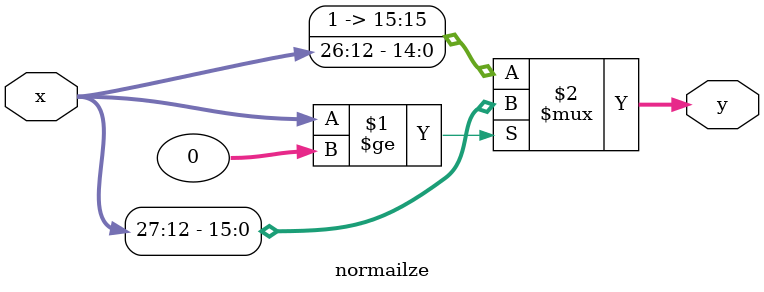
<source format=v>
`timescale 1ns / 1ps


module normailze#(
    parameter DATA_WIDTH = 16,
    parameter WEIGHT_INT_WIDTH = 4
)(
    input       [2 * DATA_WIDTH-1:0]      x,
    output      [DATA_WIDTH-1:0]          y 
    );

assign y = ($signed(x) >= 0) ? x[2*DATA_WIDTH-1-WEIGHT_INT_WIDTH-:DATA_WIDTH] : {1'b1 ,x[2*DATA_WIDTH-1-1-WEIGHT_INT_WIDTH-:DATA_WIDTH - 'b1]};
endmodule

</source>
